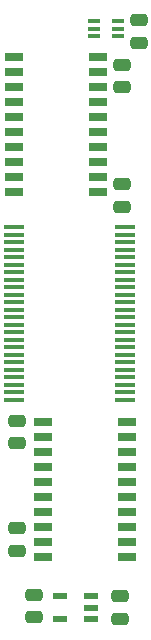
<source format=gtp>
%TF.GenerationSoftware,KiCad,Pcbnew,8.0.7*%
%TF.CreationDate,2025-01-03T10:56:50+02:00*%
%TF.ProjectId,Comparator 16bit,436f6d70-6172-4617-946f-722031366269,rev?*%
%TF.SameCoordinates,Original*%
%TF.FileFunction,Paste,Top*%
%TF.FilePolarity,Positive*%
%FSLAX46Y46*%
G04 Gerber Fmt 4.6, Leading zero omitted, Abs format (unit mm)*
G04 Created by KiCad (PCBNEW 8.0.7) date 2025-01-03 10:56:50*
%MOMM*%
%LPD*%
G01*
G04 APERTURE LIST*
G04 Aperture macros list*
%AMRoundRect*
0 Rectangle with rounded corners*
0 $1 Rounding radius*
0 $2 $3 $4 $5 $6 $7 $8 $9 X,Y pos of 4 corners*
0 Add a 4 corners polygon primitive as box body*
4,1,4,$2,$3,$4,$5,$6,$7,$8,$9,$2,$3,0*
0 Add four circle primitives for the rounded corners*
1,1,$1+$1,$2,$3*
1,1,$1+$1,$4,$5*
1,1,$1+$1,$6,$7*
1,1,$1+$1,$8,$9*
0 Add four rect primitives between the rounded corners*
20,1,$1+$1,$2,$3,$4,$5,0*
20,1,$1+$1,$4,$5,$6,$7,0*
20,1,$1+$1,$6,$7,$8,$9,0*
20,1,$1+$1,$8,$9,$2,$3,0*%
G04 Aperture macros list end*
%ADD10RoundRect,0.250000X-0.475000X0.250000X-0.475000X-0.250000X0.475000X-0.250000X0.475000X0.250000X0*%
%ADD11R,1.000000X0.450000*%
%ADD12R,1.800000X0.430000*%
%ADD13RoundRect,0.250000X0.475000X-0.250000X0.475000X0.250000X-0.475000X0.250000X-0.475000X-0.250000X0*%
%ADD14R,1.550000X0.650000*%
%ADD15R,1.150000X0.600000*%
G04 APERTURE END LIST*
D10*
%TO.C,C2*%
X2921000Y-32594000D03*
X2921000Y-34494000D03*
%TD*%
D11*
%TO.C,IC4*%
X9414000Y1285000D03*
X9414000Y635000D03*
X9414000Y-15000D03*
X11414000Y-15000D03*
X11414000Y635000D03*
X11414000Y1285000D03*
%TD*%
D12*
%TO.C,IC2*%
X12066000Y-30797000D03*
X12066000Y-30163000D03*
X12066000Y-29527000D03*
X12066000Y-28893000D03*
X12066000Y-28257000D03*
X12066000Y-27623000D03*
X12066000Y-26987000D03*
X12066000Y-26353000D03*
X12066000Y-25717000D03*
X12066000Y-25083000D03*
X12066000Y-24447000D03*
X12066000Y-23813000D03*
X12066000Y-23177000D03*
X12066000Y-22543000D03*
X12066000Y-21907000D03*
X12066000Y-21273000D03*
X12066000Y-20637000D03*
X12066000Y-20003000D03*
X12066000Y-19367000D03*
X12066000Y-18733000D03*
X12066000Y-18097000D03*
X12066000Y-17463000D03*
X12066000Y-16827000D03*
X12066000Y-16193000D03*
X2666000Y-16193000D03*
X2666000Y-16827000D03*
X2666000Y-17463000D03*
X2666000Y-18097000D03*
X2666000Y-18733000D03*
X2666000Y-19367000D03*
X2666000Y-20003000D03*
X2666000Y-20637000D03*
X2666000Y-21273000D03*
X2666000Y-21907000D03*
X2666000Y-22543000D03*
X2666000Y-23177000D03*
X2666000Y-23813000D03*
X2666000Y-24447000D03*
X2666000Y-25083000D03*
X2666000Y-25717000D03*
X2666000Y-26353000D03*
X2666000Y-26987000D03*
X2666000Y-27623000D03*
X2666000Y-28257000D03*
X2666000Y-28893000D03*
X2666000Y-29527000D03*
X2666000Y-30163000D03*
X2666000Y-30797000D03*
%TD*%
D13*
%TO.C,C1*%
X11785600Y-14446800D03*
X11785600Y-12546800D03*
%TD*%
D10*
%TO.C,C4*%
X11811000Y-2418000D03*
X11811000Y-4318000D03*
%TD*%
D13*
%TO.C,C8*%
X11582400Y-49346400D03*
X11582400Y-47446400D03*
%TD*%
D14*
%TO.C,IC3*%
X2655000Y-1778000D03*
X2655000Y-3048000D03*
X2655000Y-4318000D03*
X2655000Y-5588000D03*
X2655000Y-6858000D03*
X2655000Y-8128000D03*
X2655000Y-9398000D03*
X2655000Y-10668000D03*
X2655000Y-11938000D03*
X2655000Y-13208000D03*
X9779000Y-13208000D03*
X9779000Y-11938000D03*
X9779000Y-10668000D03*
X9779000Y-9398000D03*
X9779000Y-8128000D03*
X9779000Y-6858000D03*
X9779000Y-5588000D03*
X9779000Y-4318000D03*
X9779000Y-3048000D03*
X9779000Y-1778000D03*
%TD*%
%TO.C,IC1*%
X5074000Y-32639000D03*
X5074000Y-33909000D03*
X5074000Y-35179000D03*
X5074000Y-36449000D03*
X5074000Y-37719000D03*
X5074000Y-38989000D03*
X5074000Y-40259000D03*
X5074000Y-41529000D03*
X5074000Y-42799000D03*
X5074000Y-44069000D03*
X12198000Y-44069000D03*
X12198000Y-42799000D03*
X12198000Y-41529000D03*
X12198000Y-40259000D03*
X12198000Y-38989000D03*
X12198000Y-37719000D03*
X12198000Y-36449000D03*
X12198000Y-35179000D03*
X12198000Y-33909000D03*
X12198000Y-32639000D03*
%TD*%
D10*
%TO.C,C3*%
X2921000Y-41661000D03*
X2921000Y-43561000D03*
%TD*%
%TO.C,C9*%
X4318000Y-47326000D03*
X4318000Y-49226000D03*
%TD*%
D15*
%TO.C,IC5*%
X9174000Y-49337000D03*
X9174000Y-48387000D03*
X9174000Y-47437000D03*
X6574000Y-47437000D03*
X6574000Y-49337000D03*
%TD*%
D10*
%TO.C,C5*%
X13208000Y1315000D03*
X13208000Y-585000D03*
%TD*%
M02*

</source>
